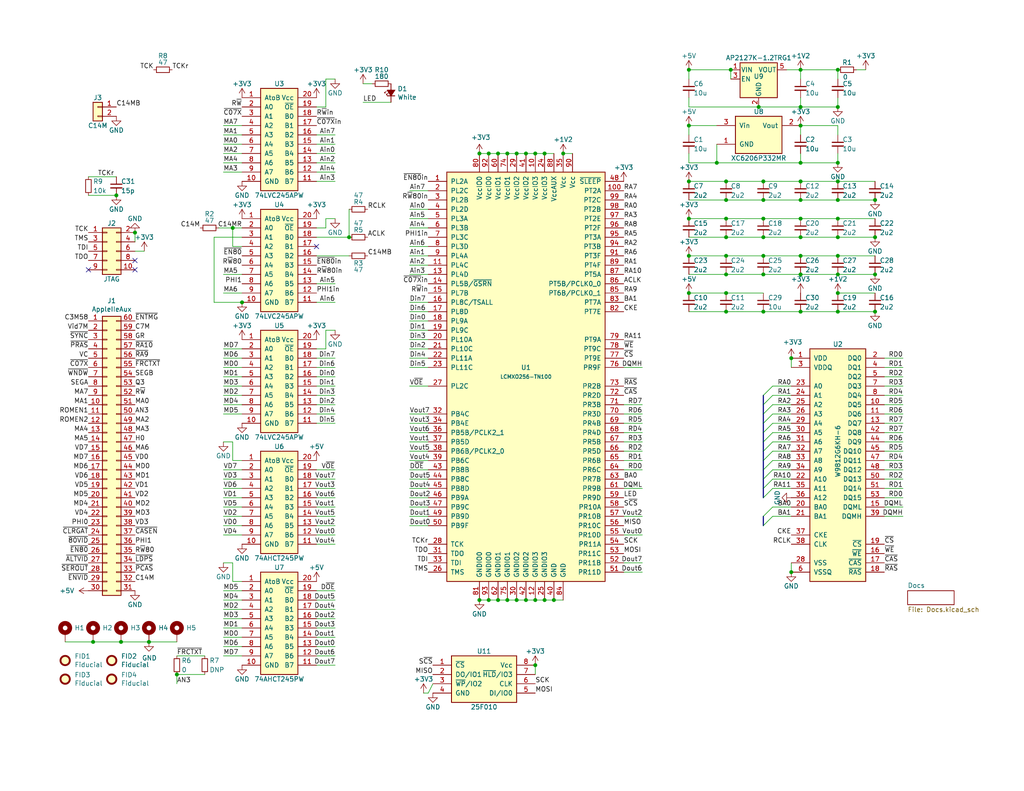
<source format=kicad_sch>
(kicad_sch (version 20230121) (generator eeschema)
  (paper "USLetter")
  (title_block (title "GW4203B (RAM2E II) - LCMXO256 / LCMXO640") (date "2023-09-21") (rev "2.0") (company "Garrett's Workshop"))
  (junction (at 208.28 59.69))
  (junction (at 228.6 49.53))
  (junction (at 198.12 69.85))
  (junction (at 140.97 41.91))
  (junction (at 36.83 63.5))
  (junction (at 153.67 41.91))
  (junction (at 130.81 41.91))
  (junction (at 25.4 175.26))
  (junction (at 187.96 34.29))
  (junction (at 133.35 41.91))
  (junction (at 146.05 41.91))
  (junction (at 238.76 85.09))
  (junction (at 48.26 184.15))
  (junction (at 218.44 49.53))
  (junction (at 218.44 59.69))
  (junction (at 198.12 64.77))
  (junction (at 228.6 80.01))
  (junction (at 208.28 74.93))
  (junction (at 198.12 80.01))
  (junction (at 138.43 163.83))
  (junction (at 195.58 44.45))
  (junction (at 218.44 69.85))
  (junction (at 215.9 97.79))
  (junction (at 40.64 175.26))
  (junction (at 138.43 41.91))
  (junction (at 207.01 29.21))
  (junction (at 238.76 64.77))
  (junction (at 187.96 59.69))
  (junction (at 187.96 19.05))
  (junction (at 215.9 156.21))
  (junction (at 208.28 85.09))
  (junction (at 198.12 74.93))
  (junction (at 238.76 54.61))
  (junction (at 198.12 85.09))
  (junction (at 31.75 53.34))
  (junction (at 130.81 163.83))
  (junction (at 218.44 19.05))
  (junction (at 228.6 19.05))
  (junction (at 151.13 163.83))
  (junction (at 198.12 54.61))
  (junction (at 218.44 74.93))
  (junction (at 143.51 163.83))
  (junction (at 187.96 80.01))
  (junction (at 218.44 44.45))
  (junction (at 228.6 44.45))
  (junction (at 208.28 69.85))
  (junction (at 228.6 29.21))
  (junction (at 238.76 74.93))
  (junction (at 140.97 163.83))
  (junction (at 218.44 29.21))
  (junction (at 95.25 64.77))
  (junction (at 208.28 49.53))
  (junction (at 66.04 82.55))
  (junction (at 33.02 175.26))
  (junction (at 143.51 41.91))
  (junction (at 135.89 163.83))
  (junction (at 148.59 41.91))
  (junction (at 187.96 69.85))
  (junction (at 208.28 64.77))
  (junction (at 198.12 59.69))
  (junction (at 198.12 49.53))
  (junction (at 146.05 163.83))
  (junction (at 208.28 54.61))
  (junction (at 133.35 163.83))
  (junction (at 199.39 19.05))
  (junction (at 228.6 64.77))
  (junction (at 218.44 34.29))
  (junction (at 228.6 54.61))
  (junction (at 228.6 74.93))
  (junction (at 187.96 49.53))
  (junction (at 148.59 163.83))
  (junction (at 218.44 85.09))
  (junction (at 228.6 85.09))
  (junction (at 228.6 59.69))
  (junction (at 63.5 62.23))
  (junction (at 218.44 64.77))
  (junction (at 146.05 181.61))
  (junction (at 135.89 41.91))
  (junction (at 228.6 69.85))
  (junction (at 218.44 54.61))
  (no_connect (at 86.36 67.31))
  (no_connect (at 24.13 73.66))
  (no_connect (at 52.07 -25.4))
  (no_connect (at 36.83 71.12))
  (no_connect (at 36.83 73.66))
  (bus_entry (at 210.82 120.65) (size -2.54 2.54))
  (bus_entry (at 210.82 138.43) (size -2.54 2.54))
  (bus_entry (at 210.82 128.27) (size -2.54 2.54))
  (bus_entry (at 210.82 110.49) (size -2.54 2.54))
  (bus_entry (at 210.82 118.11) (size -2.54 2.54))
  (bus_entry (at 210.82 123.19) (size -2.54 2.54))
  (bus_entry (at 210.82 115.57) (size -2.54 2.54))
  (bus_entry (at 210.82 140.97) (size -2.54 2.54))
  (bus_entry (at 210.82 113.03) (size -2.54 2.54))
  (bus_entry (at 210.82 133.35) (size -2.54 2.54))
  (bus_entry (at 210.82 107.95) (size -2.54 2.54))
  (bus_entry (at 210.82 130.81) (size -2.54 2.54))
  (bus_entry (at 210.82 125.73) (size -2.54 2.54))
  (bus_entry (at 210.82 105.41) (size -2.54 2.54))
  (wire (pts (xy 60.96 128.27) (xy 66.04 128.27)))
  (wire (pts (xy 99.06 27.94) (xy 106.68 27.94)))
  (wire (pts (xy 116.84 189.23) (xy 115.57 189.23)))
  (wire (pts (xy 175.26 118.11) (xy 170.18 118.11)))
  (wire (pts (xy 91.44 163.83) (xy 86.36 163.83)))
  (wire (pts (xy 228.6 64.77) (xy 238.76 64.77)))
  (wire (pts (xy 48.26 179.07) (xy 55.88 179.07)))
  (wire (pts (xy 111.76 138.43) (xy 116.84 138.43)))
  (wire (pts (xy 60.96 74.93) (xy 66.04 74.93)))
  (wire (pts (xy 215.9 110.49) (xy 210.82 110.49)))
  (wire (pts (xy 60.96 179.07) (xy 66.04 179.07)))
  (wire (pts (xy 228.6 69.85) (xy 238.76 69.85)))
  (wire (pts (xy 86.36 161.29) (xy 91.44 161.29)))
  (wire (pts (xy 60.96 140.97) (xy 66.04 140.97)))
  (wire (pts (xy 218.44 19.05) (xy 214.63 19.05)))
  (wire (pts (xy 228.6 44.45) (xy 228.6 41.91)))
  (wire (pts (xy 111.76 130.81) (xy 116.84 130.81)))
  (wire (pts (xy 208.28 85.09) (xy 218.44 85.09)))
  (wire (pts (xy 111.76 115.57) (xy 116.84 115.57)))
  (wire (pts (xy 91.44 148.59) (xy 86.36 148.59)))
  (wire (pts (xy 111.76 133.35) (xy 116.84 133.35)))
  (wire (pts (xy 198.12 85.09) (xy 187.96 85.09)))
  (wire (pts (xy 208.28 74.93) (xy 218.44 74.93)))
  (wire (pts (xy 246.38 135.89) (xy 241.3 135.89)))
  (wire (pts (xy 91.44 115.57) (xy 86.36 115.57)))
  (wire (pts (xy 208.28 54.61) (xy 218.44 54.61)))
  (wire (pts (xy 91.44 77.47) (xy 86.36 77.47)))
  (wire (pts (xy 111.76 67.31) (xy 116.84 67.31)))
  (wire (pts (xy 58.42 82.55) (xy 66.04 82.55)))
  (wire (pts (xy 170.18 133.35) (xy 175.26 133.35)))
  (wire (pts (xy 88.9 21.59) (xy 91.44 21.59)))
  (wire (pts (xy 218.44 69.85) (xy 228.6 69.85)))
  (wire (pts (xy 60.96 95.25) (xy 66.04 95.25)))
  (wire (pts (xy 187.96 59.69) (xy 198.12 59.69)))
  (wire (pts (xy 60.96 41.91) (xy 66.04 41.91)))
  (wire (pts (xy 208.28 59.69) (xy 218.44 59.69)))
  (wire (pts (xy 215.9 128.27) (xy 210.82 128.27)))
  (wire (pts (xy 175.26 140.97) (xy 170.18 140.97)))
  (wire (pts (xy 60.96 34.29) (xy 66.04 34.29)))
  (bus (pts (xy 208.28 128.27) (xy 208.28 130.81)))
  (wire (pts (xy 91.44 39.37) (xy 86.36 39.37)))
  (wire (pts (xy 198.12 85.09) (xy 208.28 85.09)))
  (wire (pts (xy 187.96 80.01) (xy 198.12 80.01)))
  (wire (pts (xy 130.81 41.91) (xy 133.35 41.91)))
  (wire (pts (xy 60.96 146.05) (xy 66.04 146.05)))
  (wire (pts (xy 187.96 69.85) (xy 198.12 69.85)))
  (wire (pts (xy 228.6 36.83) (xy 228.6 34.29)))
  (wire (pts (xy 91.44 97.79) (xy 86.36 97.79)))
  (wire (pts (xy 60.96 44.45) (xy 66.04 44.45)))
  (wire (pts (xy 198.12 64.77) (xy 208.28 64.77)))
  (wire (pts (xy 153.67 41.91) (xy 156.21 41.91)))
  (wire (pts (xy 218.44 21.59) (xy 218.44 19.05)))
  (wire (pts (xy 66.04 158.75) (xy 63.5 158.75)))
  (wire (pts (xy 111.76 72.39) (xy 116.84 72.39)))
  (bus (pts (xy 208.28 130.81) (xy 208.28 133.35)))
  (wire (pts (xy 175.26 146.05) (xy 170.18 146.05)))
  (wire (pts (xy 63.5 125.73) (xy 63.5 120.65)))
  (bus (pts (xy 208.28 113.03) (xy 208.28 115.57)))
  (wire (pts (xy 111.76 62.23) (xy 116.84 62.23)))
  (wire (pts (xy 218.44 64.77) (xy 228.6 64.77)))
  (wire (pts (xy 60.96 100.33) (xy 66.04 100.33)))
  (wire (pts (xy 170.18 100.33) (xy 175.26 100.33)))
  (wire (pts (xy 175.26 110.49) (xy 170.18 110.49)))
  (wire (pts (xy 228.6 21.59) (xy 228.6 19.05)))
  (wire (pts (xy 24.13 48.26) (xy 31.75 48.26)))
  (wire (pts (xy 60.96 39.37) (xy 66.04 39.37)))
  (wire (pts (xy 111.76 140.97) (xy 116.84 140.97)))
  (wire (pts (xy 215.9 105.41) (xy 210.82 105.41)))
  (wire (pts (xy 246.38 102.87) (xy 241.3 102.87)))
  (bus (pts (xy 208.28 133.35) (xy 208.28 135.89)))
  (wire (pts (xy 60.96 163.83) (xy 66.04 163.83)))
  (wire (pts (xy 111.76 85.09) (xy 116.84 85.09)))
  (wire (pts (xy 246.38 110.49) (xy 241.3 110.49)))
  (wire (pts (xy 91.44 138.43) (xy 86.36 138.43)))
  (wire (pts (xy 91.44 168.91) (xy 86.36 168.91)))
  (wire (pts (xy 60.96 113.03) (xy 66.04 113.03)))
  (wire (pts (xy 246.38 120.65) (xy 241.3 120.65)))
  (wire (pts (xy 60.96 135.89) (xy 66.04 135.89)))
  (wire (pts (xy 91.44 173.99) (xy 86.36 173.99)))
  (wire (pts (xy 208.28 64.77) (xy 218.44 64.77)))
  (wire (pts (xy 208.28 69.85) (xy 218.44 69.85)))
  (wire (pts (xy 215.9 115.57) (xy 210.82 115.57)))
  (wire (pts (xy 101.6 22.86) (xy 99.06 22.86)))
  (wire (pts (xy 91.44 181.61) (xy 86.36 181.61)))
  (wire (pts (xy 215.9 125.73) (xy 210.82 125.73)))
  (wire (pts (xy 198.12 54.61) (xy 208.28 54.61)))
  (wire (pts (xy 138.43 41.91) (xy 135.89 41.91)))
  (wire (pts (xy 91.44 105.41) (xy 86.36 105.41)))
  (wire (pts (xy 88.9 95.25) (xy 88.9 90.17)))
  (wire (pts (xy 238.76 85.09) (xy 228.6 85.09)))
  (wire (pts (xy 60.96 166.37) (xy 66.04 166.37)))
  (wire (pts (xy 91.44 130.81) (xy 86.36 130.81)))
  (wire (pts (xy 116.84 105.41) (xy 111.76 105.41)))
  (wire (pts (xy 246.38 130.81) (xy 241.3 130.81)))
  (wire (pts (xy 63.5 67.31) (xy 66.04 67.31)))
  (wire (pts (xy 215.9 118.11) (xy 210.82 118.11)))
  (wire (pts (xy 91.44 143.51) (xy 86.36 143.51)))
  (wire (pts (xy 187.96 19.05) (xy 187.96 21.59)))
  (wire (pts (xy 60.96 36.83) (xy 66.04 36.83)))
  (wire (pts (xy 187.96 74.93) (xy 198.12 74.93)))
  (wire (pts (xy 86.36 64.77) (xy 95.25 64.77)))
  (wire (pts (xy 215.9 130.81) (xy 210.82 130.81)))
  (wire (pts (xy 175.26 153.67) (xy 170.18 153.67)))
  (wire (pts (xy 111.76 92.71) (xy 116.84 92.71)))
  (wire (pts (xy 246.38 107.95) (xy 241.3 107.95)))
  (wire (pts (xy 187.96 29.21) (xy 187.96 26.67)))
  (wire (pts (xy 198.12 74.93) (xy 208.28 74.93)))
  (wire (pts (xy 215.9 113.03) (xy 210.82 113.03)))
  (wire (pts (xy 60.96 138.43) (xy 66.04 138.43)))
  (wire (pts (xy 88.9 21.59) (xy 88.9 29.21)))
  (wire (pts (xy 228.6 74.93) (xy 238.76 74.93)))
  (wire (pts (xy 218.44 85.09) (xy 228.6 85.09)))
  (wire (pts (xy 111.76 57.15) (xy 116.84 57.15)))
  (wire (pts (xy 218.44 59.69) (xy 228.6 59.69)))
  (wire (pts (xy 111.76 135.89) (xy 116.84 135.89)))
  (wire (pts (xy 140.97 41.91) (xy 138.43 41.91)))
  (wire (pts (xy 91.44 36.83) (xy 86.36 36.83)))
  (wire (pts (xy 143.51 41.91) (xy 140.97 41.91)))
  (wire (pts (xy 148.59 41.91) (xy 146.05 41.91)))
  (wire (pts (xy 91.44 110.49) (xy 86.36 110.49)))
  (wire (pts (xy 218.44 29.21) (xy 207.01 29.21)))
  (wire (pts (xy 246.38 138.43) (xy 241.3 138.43)))
  (wire (pts (xy 246.38 123.19) (xy 241.3 123.19)))
  (wire (pts (xy 111.76 123.19) (xy 116.84 123.19)))
  (bus (pts (xy 208.28 125.73) (xy 208.28 128.27)))
  (wire (pts (xy 187.96 29.21) (xy 207.01 29.21)))
  (wire (pts (xy 60.96 176.53) (xy 66.04 176.53)))
  (wire (pts (xy 246.38 125.73) (xy 241.3 125.73)))
  (wire (pts (xy 91.44 146.05) (xy 86.36 146.05)))
  (wire (pts (xy 236.22 19.05) (xy 233.68 19.05)))
  (wire (pts (xy 111.76 82.55) (xy 116.84 82.55)))
  (wire (pts (xy 246.38 100.33) (xy 241.3 100.33)))
  (bus (pts (xy 208.28 107.95) (xy 208.28 110.49)))
  (wire (pts (xy 86.36 62.23) (xy 88.9 62.23)))
  (wire (pts (xy 130.81 163.83) (xy 133.35 163.83)))
  (wire (pts (xy 63.5 120.65) (xy 60.96 120.65)))
  (wire (pts (xy 187.96 34.29) (xy 195.58 34.29)))
  (wire (pts (xy 246.38 140.97) (xy 241.3 140.97)))
  (wire (pts (xy 48.26 175.26) (xy 40.64 175.26)))
  (wire (pts (xy 88.9 59.69) (xy 91.44 59.69)))
  (wire (pts (xy 66.04 125.73) (xy 63.5 125.73)))
  (wire (pts (xy 91.44 102.87) (xy 86.36 102.87)))
  (wire (pts (xy 140.97 163.83) (xy 143.51 163.83)))
  (wire (pts (xy 215.9 156.21) (xy 215.9 153.67)))
  (wire (pts (xy 60.96 107.95) (xy 66.04 107.95)))
  (wire (pts (xy 40.64 175.26) (xy 33.02 175.26)))
  (wire (pts (xy 111.76 69.85) (xy 116.84 69.85)))
  (wire (pts (xy 111.76 113.03) (xy 116.84 113.03)))
  (wire (pts (xy 58.42 64.77) (xy 58.42 82.55)))
  (wire (pts (xy 228.6 80.01) (xy 238.76 80.01)))
  (wire (pts (xy 228.6 54.61) (xy 238.76 54.61)))
  (wire (pts (xy 208.28 49.53) (xy 218.44 49.53)))
  (wire (pts (xy 151.13 163.83) (xy 153.67 163.83)))
  (wire (pts (xy 228.6 59.69) (xy 238.76 59.69)))
  (wire (pts (xy 55.88 184.15) (xy 48.26 184.15)))
  (wire (pts (xy 246.38 97.79) (xy 241.3 97.79)))
  (wire (pts (xy 175.26 113.03) (xy 170.18 113.03)))
  (wire (pts (xy 215.9 107.95) (xy 210.82 107.95)))
  (wire (pts (xy 95.25 57.15) (xy 95.25 64.77)))
  (wire (pts (xy 91.44 166.37) (xy 86.36 166.37)))
  (wire (pts (xy 138.43 163.83) (xy 140.97 163.83)))
  (bus (pts (xy 208.28 115.57) (xy 208.28 118.11)))
  (wire (pts (xy 187.96 49.53) (xy 198.12 49.53)))
  (wire (pts (xy 246.38 133.35) (xy 241.3 133.35)))
  (wire (pts (xy 111.76 128.27) (xy 116.84 128.27)))
  (wire (pts (xy 246.38 115.57) (xy 241.3 115.57)))
  (wire (pts (xy 111.76 74.93) (xy 116.84 74.93)))
  (wire (pts (xy 228.6 34.29) (xy 218.44 34.29)))
  (wire (pts (xy 60.96 168.91) (xy 66.04 168.91)))
  (wire (pts (xy 111.76 52.07) (xy 116.84 52.07)))
  (bus (pts (xy 208.28 140.97) (xy 208.28 143.51)))
  (wire (pts (xy 215.9 120.65) (xy 210.82 120.65)))
  (wire (pts (xy 228.6 49.53) (xy 238.76 49.53)))
  (wire (pts (xy 170.18 115.57) (xy 175.26 115.57)))
  (wire (pts (xy 39.37 68.58) (xy 36.83 68.58)))
  (wire (pts (xy 199.39 19.05) (xy 199.39 21.59)))
  (wire (pts (xy 111.76 125.73) (xy 116.84 125.73)))
  (wire (pts (xy 215.9 138.43) (xy 210.82 138.43)))
  (wire (pts (xy 198.12 59.69) (xy 208.28 59.69)))
  (wire (pts (xy 198.12 69.85) (xy 208.28 69.85)))
  (wire (pts (xy 187.96 54.61) (xy 198.12 54.61)))
  (wire (pts (xy 146.05 181.61) (xy 146.05 184.15)))
  (wire (pts (xy 91.44 44.45) (xy 86.36 44.45)))
  (wire (pts (xy 86.36 128.27) (xy 91.44 128.27)))
  (wire (pts (xy 66.04 62.23) (xy 63.5 62.23)))
  (wire (pts (xy 66.04 64.77) (xy 58.42 64.77)))
  (wire (pts (xy 246.38 128.27) (xy 241.3 128.27)))
  (wire (pts (xy 63.5 62.23) (xy 63.5 67.31)))
  (wire (pts (xy 135.89 41.91) (xy 133.35 41.91)))
  (wire (pts (xy 91.44 179.07) (xy 86.36 179.07)))
  (wire (pts (xy 133.35 163.83) (xy 135.89 163.83)))
  (wire (pts (xy 60.96 143.51) (xy 66.04 143.51)))
  (wire (pts (xy 111.76 90.17) (xy 116.84 90.17)))
  (wire (pts (xy 48.26 184.15) (xy 48.26 186.69)))
  (bus (pts (xy 208.28 123.19) (xy 208.28 125.73)))
  (wire (pts (xy 215.9 123.19) (xy 210.82 123.19)))
  (wire (pts (xy 228.6 29.21) (xy 228.6 26.67)))
  (wire (pts (xy 210.82 133.35) (xy 215.9 133.35)))
  (wire (pts (xy 218.44 44.45) (xy 218.44 41.91)))
  (wire (pts (xy 111.76 95.25) (xy 116.84 95.25)))
  (wire (pts (xy 60.96 161.29) (xy 66.04 161.29)))
  (wire (pts (xy 25.4 175.26) (xy 17.78 175.26)))
  (wire (pts (xy 60.96 97.79) (xy 66.04 97.79)))
  (wire (pts (xy 118.11 186.69) (xy 116.84 189.23)))
  (wire (pts (xy 187.96 34.29) (xy 187.96 36.83)))
  (wire (pts (xy 175.26 125.73) (xy 170.18 125.73)))
  (wire (pts (xy 218.44 36.83) (xy 218.44 34.29)))
  (wire (pts (xy 187.96 44.45) (xy 195.58 44.45)))
  (wire (pts (xy 187.96 44.45) (xy 187.96 41.91)))
  (bus (pts (xy 208.28 110.49) (xy 208.28 113.03)))
  (wire (pts (xy 59.69 62.23) (xy 63.5 62.23)))
  (wire (pts (xy 146.05 163.83) (xy 148.59 163.83)))
  (wire (pts (xy 111.76 100.33) (xy 116.84 100.33)))
  (wire (pts (xy 31.75 53.34) (xy 24.13 53.34)))
  (wire (pts (xy 135.89 163.83) (xy 138.43 163.83)))
  (wire (pts (xy 91.44 176.53) (xy 86.36 176.53)))
  (wire (pts (xy 187.96 64.77) (xy 198.12 64.77)))
  (wire (pts (xy 111.76 87.63) (xy 116.84 87.63)))
  (wire (pts (xy 111.76 97.79) (xy 116.84 97.79)))
  (wire (pts (xy 60.96 110.49) (xy 66.04 110.49)))
  (wire (pts (xy 91.44 113.03) (xy 86.36 113.03)))
  (wire (pts (xy 88.9 59.69) (xy 88.9 62.23)))
  (wire (pts (xy 246.38 118.11) (xy 241.3 118.11)))
  (wire (pts (xy 218.44 29.21) (xy 218.44 26.67)))
  (wire (pts (xy 63.5 158.75) (xy 63.5 153.67)))
  (wire (pts (xy 195.58 44.45) (xy 195.58 39.37)))
  (wire (pts (xy 60.96 80.01) (xy 66.04 80.01)))
  (wire (pts (xy 111.76 59.69) (xy 116.84 59.69)))
  (wire (pts (xy 63.5 153.67) (xy 60.96 153.67)))
  (wire (pts (xy 228.6 19.05) (xy 218.44 19.05)))
  (wire (pts (xy 91.44 41.91) (xy 86.36 41.91)))
  (wire (pts (xy 246.38 105.41) (xy 241.3 105.41)))
  (wire (pts (xy 215.9 140.97) (xy 210.82 140.97)))
  (wire (pts (xy 198.12 49.53) (xy 208.28 49.53)))
  (wire (pts (xy 60.96 171.45) (xy 66.04 171.45)))
  (wire (pts (xy 91.44 107.95) (xy 86.36 107.95)))
  (wire (pts (xy 60.96 173.99) (xy 66.04 173.99)))
  (wire (pts (xy 111.76 143.51) (xy 116.84 143.51)))
  (wire (pts (xy 91.44 82.55) (xy 86.36 82.55)))
  (wire (pts (xy 60.96 133.35) (xy 66.04 133.35)))
  (wire (pts (xy 218.44 29.21) (xy 228.6 29.21)))
  (wire (pts (xy 175.26 120.65) (xy 170.18 120.65)))
  (wire (pts (xy 218.44 44.45) (xy 228.6 44.45)))
  (wire (pts (xy 88.9 90.17) (xy 91.44 90.17)))
  (wire (pts (xy 148.59 163.83) (xy 151.13 163.83)))
  (wire (pts (xy 198.12 80.01) (xy 208.28 80.01)))
  (wire (pts (xy 91.44 133.35) (xy 86.36 133.35)))
  (wire (pts (xy 175.26 156.21) (xy 170.18 156.21)))
  (wire (pts (xy 218.44 49.53) (xy 228.6 49.53)))
  (wire (pts (xy 60.96 46.99) (xy 66.04 46.99)))
  (wire (pts (xy 218.44 44.45) (xy 195.58 44.45)))
  (wire (pts (xy 218.44 54.61) (xy 228.6 54.61)))
  (wire (pts (xy 33.02 175.26) (xy 25.4 175.26)))
  (wire (pts (xy 91.44 100.33) (xy 86.36 100.33)))
  (wire (pts (xy 111.76 120.65) (xy 116.84 120.65)))
  (bus (pts (xy 208.28 120.65) (xy 208.28 123.19)))
  (wire (pts (xy 91.44 171.45) (xy 86.36 171.45)))
  (wire (pts (xy 187.96 19.05) (xy 199.39 19.05)))
  (wire (pts (xy 86.36 69.85) (xy 95.25 69.85)))
  (wire (pts (xy 218.44 74.93) (xy 228.6 74.93)))
  (wire (pts (xy 91.44 140.97) (xy 86.36 140.97)))
  (wire (pts (xy 91.44 49.53) (xy 86.36 49.53)))
  (wire (pts (xy 60.96 102.87) (xy 66.04 102.87)))
  (wire (pts (xy 148.59 41.91) (xy 151.13 41.91)))
  (bus (pts (xy 208.28 118.11) (xy 208.28 120.65)))
  (wire (pts (xy 146.05 41.91) (xy 143.51 41.91)))
  (wire (pts (xy 86.36 95.25) (xy 88.9 95.25)))
  (wire (pts (xy 91.44 46.99) (xy 86.36 46.99)))
  (wire (pts (xy 60.96 105.41) (xy 66.04 105.41)))
  (wire (pts (xy 175.26 123.19) (xy 170.18 123.19)))
  (wire (pts (xy 215.9 100.33) (xy 215.9 97.79)))
  (wire (pts (xy 36.83 63.5) (xy 36.83 66.04)))
  (wire (pts (xy 111.76 118.11) (xy 116.84 118.11)))
  (wire (pts (xy 86.36 29.21) (xy 88.9 29.21)))
  (wire (pts (xy 60.96 130.81) (xy 66.04 130.81)))
  (wire (pts (xy 143.51 163.83) (xy 146.05 163.83)))
  (wire (pts (xy 175.26 128.27) (xy 170.18 128.27)))
  (wire (pts (xy 91.44 135.89) (xy 86.36 135.89)))
  (wire (pts (xy 246.38 113.03) (xy 241.3 113.03)))
  (label "MD4" (at 60.96 110.49 0))
  (label "RD4" (at 246.38 125.73 180))
  (label "~{EN80}" (at 24.13 151.13 180))
  (label "TDI" (at 24.13 68.58 180))
  (label "Dout5" (at 91.44 163.83 180))
  (label "RA1" (at 170.18 72.39 0))
  (label "GR" (at 36.83 92.71 0))
  (label "MISO" (at 118.11 184.15 180))
  (label "RA6" (at 170.18 69.85 0))
  (label "MD0" (at 36.83 128.27 0))
  (label "Vout0" (at 175.26 146.05 180))
  (label "RA11" (at 170.18 92.71 0))
  (label "VD4" (at 60.96 146.05 0))
  (label "MOSI" (at 146.05 189.23 0))
  (label "AN3" (at 36.83 113.03 0))
  (label "Din2" (at 111.76 95.25 0))
  (label "LED" (at 99.06 27.94 0))
  (label "Q3" (at 36.83 105.41 0))
  (label "MD3" (at 36.83 140.97 0))
  (label "Ain0" (at 111.76 57.15 0))
  (label "CKE" (at 215.9 146.05 180))
  (label "Dout0" (at 111.76 143.51 0))
  (label "Din5" (at 91.44 115.57 180))
  (label "S~{CS}" (at 118.11 181.61 180))
  (label "Din7" (at 111.76 82.55 0))
  (label "Ain4" (at 111.76 62.23 0))
  (label "RA5" (at 170.18 64.77 0))
  (label "Ain6" (at 111.76 67.31 0))
  (label "MOSI" (at 170.18 151.13 0))
  (label "SCK" (at 146.05 186.69 0))
  (label "RCLK" (at 215.9 148.59 180))
  (label "MA2" (at 60.96 41.91 0))
  (label "Vout7" (at 111.76 113.03 0))
  (label "ACLK" (at 100.33 64.77 0))
  (label "Dout2" (at 91.44 168.91 180))
  (label "Din2" (at 91.44 110.49 180))
  (label "~{CS}" (at 241.3 148.59 0))
  (label "Vout2" (at 91.44 143.51 180))
  (label "Dout6" (at 175.26 156.21 180))
  (label "MA0" (at 60.96 39.37 0))
  (label "MD2" (at 60.96 107.95 0))
  (label "MA7" (at 24.13 107.95 180))
  (label "PHI1" (at 36.83 148.59 0))
  (label "~{RA9}" (at 36.83 97.79 0))
  (label "RA4" (at 215.9 115.57 180))
  (label "RD5" (at 246.38 123.19 180))
  (label "RD0" (at 246.38 135.89 180))
  (label "Ain3" (at 91.44 49.53 180))
  (label "BA1" (at 170.18 82.55 0))
  (label "Vout1" (at 91.44 138.43 180))
  (label "RD6" (at 175.26 113.03 180))
  (label "Vout4" (at 111.76 125.73 0))
  (label "MD1" (at 36.83 130.81 0))
  (label "RD1" (at 175.26 125.73 180))
  (label "Ain1" (at 111.76 69.85 0))
  (label "RD4" (at 246.38 107.95 180))
  (label "~{EN80}in" (at 116.84 49.53 180))
  (label "RD6" (at 246.38 113.03 180))
  (label "H0" (at 36.83 120.65 0))
  (label "VD3" (at 60.96 130.81 0))
  (label "VD6" (at 60.96 133.35 0))
  (label "SCK" (at 170.18 148.59 0))
  (label "RA9" (at 215.9 128.27 180))
  (label "Dout3" (at 91.44 171.45 180))
  (label "Din3" (at 91.44 107.95 180))
  (label "Dout7" (at 175.26 153.67 180))
  (label "TCK" (at 41.91 19.05 180))
  (label "MD5" (at 60.96 113.03 0))
  (label "R~{W}" (at 36.83 107.95 0))
  (label "Ain6" (at 91.44 82.55 180))
  (label "Din5" (at 111.76 100.33 0))
  (label "~{C07X}" (at 24.13 100.33 180))
  (label "MD2" (at 60.96 166.37 0))
  (label "TCKr" (at 116.84 148.59 180))
  (label "VD2" (at 36.83 135.89 0))
  (label "Din0" (at 91.44 102.87 180))
  (label "~{CAS}" (at 241.3 153.67 0))
  (label "Dout3" (at 111.76 138.43 0))
  (label "PHI1in" (at 86.36 80.01 0))
  (label "MD3" (at 60.96 168.91 0))
  (label "MA3" (at 60.96 46.99 0))
  (label "VD7" (at 60.96 128.27 0))
  (label "DQML" (at 175.26 133.35 180))
  (label "C14MR" (at 66.04 62.23 180))
  (label "BA0" (at 170.18 130.81 0))
  (label "BA0" (at 215.9 138.43 180))
  (label "TCKr" (at 46.99 19.05 0))
  (label "MA4" (at 24.13 118.11 180))
  (label "MD1" (at 60.96 171.45 0))
  (label "MD0" (at 60.96 100.33 0))
  (label "RD2" (at 175.26 123.19 180))
  (label "VD5" (at 60.96 138.43 0))
  (label "RD0" (at 246.38 97.79 180))
  (label "MISO" (at 170.18 143.51 0))
  (label "Vout1" (at 111.76 120.65 0))
  (label "MD6" (at 60.96 176.53 0))
  (label "~{ALTVID}" (at 24.13 153.67 180))
  (label "~{CLRGAT}" (at 24.13 146.05 180))
  (label "RA8" (at 170.18 62.23 0))
  (label "AN3" (at 48.26 186.69 0))
  (label "Vout5" (at 91.44 140.97 180))
  (label "~{RA10}" (at 36.83 95.25 0))
  (label "Ain2" (at 91.44 44.45 180))
  (label "~{C07X}in" (at 86.36 34.29 0))
  (label "MD4" (at 24.13 138.43 180))
  (label "RD7" (at 246.38 115.57 180))
  (label "~{C07X}in" (at 116.84 77.47 180))
  (label "RA5" (at 215.9 118.11 180))
  (label "RD2" (at 246.38 130.81 180))
  (label "~{WE}" (at 241.3 151.13 0))
  (label "RA11" (at 215.9 133.35 180))
  (label "MA1" (at 60.96 36.83 0))
  (label "VD3" (at 36.83 143.51 0))
  (label "RA7" (at 170.18 52.07 0))
  (label "RA10" (at 215.9 130.81 180))
  (label "Ain7" (at 111.76 52.07 0))
  (label "~{WNDW}" (at 24.13 102.87 180))
  (label "Din0" (at 111.76 87.63 0))
  (label "TDO" (at 24.13 71.12 180))
  (label "RD3" (at 175.26 120.65 180))
  (label "RD5" (at 246.38 110.49 180))
  (label "MA6" (at 60.96 80.01 0))
  (label "MD6" (at 60.96 97.79 0))
  (label "~{EN80}in" (at 86.36 72.39 0))
  (label "~{PCAS}" (at 36.83 156.21 0))
  (label "C7M" (at 36.83 90.17 0))
  (label "Ain2" (at 111.76 72.39 0))
  (label "Dout1" (at 91.44 173.99 180))
  (label "C14M" (at 54.61 62.23 180))
  (label "RA4" (at 170.18 54.61 0))
  (label "Din4" (at 91.44 113.03 180))
  (label "RD3" (at 246.38 105.41 180))
  (label "~{FRCTXT}" (at 36.83 100.33 0))
  (label "RD5" (at 175.26 115.57 180))
  (label "Vout2" (at 175.26 140.97 180))
  (label "RA8" (at 215.9 125.73 180))
  (label "Dout4" (at 91.44 166.37 180))
  (label "MD7" (at 60.96 95.25 0))
  (label "Dout2" (at 111.76 135.89 0))
  (label "ACLK" (at 170.18 77.47 0))
  (label "RA1" (at 215.9 107.95 180))
  (label "MA5" (at 24.13 120.65 180))
  (label "LED" (at 170.18 135.89 0))
  (label "MA0" (at 36.83 110.49 0))
  (label "TDO" (at 116.84 151.13 180))
  (label "MD4" (at 60.96 163.83 0))
  (label "TMS" (at 24.13 66.04 180))
  (label "Vout6" (at 111.76 118.11 0))
  (label "R~{W}80" (at 66.04 72.39 180))
  (label "RA2" (at 215.9 110.49 180))
  (label "RA9" (at 170.18 80.01 0))
  (label "R~{W}80in" (at 86.36 74.93 0))
  (label "VD5" (at 24.13 133.35 180))
  (label "MD6" (at 24.13 128.27 180))
  (label "TDI" (at 116.84 153.67 180))
  (label "RD3" (at 246.38 128.27 180))
  (label "MA3" (at 36.83 118.11 0))
  (label "~{WE}" (at 170.18 95.25 0))
  (label "RA2" (at 170.18 67.31 0))
  (label "MD0" (at 60.96 173.99 0))
  (label "ROMEN1" (at 24.13 113.03 180))
  (label "R~{W}80" (at 36.83 151.13 0))
  (label "C14MB" (at 31.75 29.21 0))
  (label "Din6" (at 91.44 100.33 180))
  (label "RD1" (at 246.38 133.35 180))
  (label "DQML" (at 246.38 138.43 180))
  (label "SEGB" (at 36.83 102.87 0))
  (label "RA0" (at 215.9 105.41 180))
  (label "Dout4" (at 111.76 133.35 0))
  (label "~{ENTMG}" (at 36.83 87.63 0))
  (label "~{80VID}" (at 24.13 148.59 180))
  (label "~{EN80}" (at 66.04 69.85 180))
  (label "Dout1" (at 111.76 140.97 0))
  (label "D~{OE}" (at 91.44 161.29 180))
  (label "V~{OE}" (at 91.44 128.27 180))
  (label "RA10" (at 170.18 74.93 0))
  (label "C14M" (at 36.83 158.75 0))
  (label "~{SEROUT}" (at 24.13 156.21 180))
  (label "~{SYNC}" (at 24.13 92.71 180))
  (label "Dout7" (at 91.44 181.61 180))
  (label "R~{W}in" (at 116.84 80.01 180))
  (label "RD2" (at 246.38 102.87 180))
  (label "RA3" (at 170.18 59.69 0))
  (label "RA6" (at 215.9 120.65 180))
  (label "R~{W}80in" (at 116.84 54.61 180))
  (label "Ain3" (at 111.76 74.93 0))
  (label "TMS" (at 116.84 156.21 180))
  (label "VC" (at 24.13 97.79 180))
  (label "CKE" (at 170.18 85.09 0))
  (label "~{ENVID}" (at 24.13 158.75 180))
  (label "Ain7" (at 91.44 36.83 180))
  (label "C14MB" (at 100.33 69.85 0))
  (label "Vout0" (at 91.44 146.05 180))
  (label "C3M58" (at 24.13 87.63 180))
  (label "RD1" (at 246.38 100.33 180))
  (label "Ain1" (at 91.44 39.37 180))
  (label "VD2" (at 60.96 140.97 0))
  (label "MA7" (at 60.96 34.29 0))
  (label "~{C07X}" (at 66.04 31.75 180))
  (label "TCK" (at 24.13 63.5 180))
  (label "MA6" (at 36.83 123.19 0))
  (label "RA3" (at 215.9 113.03 180))
  (label "SEGA" (at 24.13 105.41 180))
  (label "MD7" (at 24.13 125.73 180))
  (label "RD4" (at 175.26 118.11 180))
  (label "PHI1in" (at 116.84 64.77 180))
  (label "Din3" (at 111.76 92.71 0))
  (label "Din1" (at 91.44 105.41 180))
  (label "ROMEN2" (at 24.13 115.57 180))
  (label "VD6" (at 24.13 130.81 180))
  (label "MD5" (at 60.96 161.29 0))
  (label "RCLK" (at 100.33 57.15 0))
  (label "Din4" (at 111.76 97.79 0))
  (label "MD5" (at 24.13 135.89 180))
  (label "Ain5" (at 111.76 59.69 0))
  (label "R~{W}in" (at 86.36 31.75 0))
  (label "PHI0" (at 24.13 143.51 180))
  (label "RD7" (at 246.38 118.11 180))
  (label "DQMH" (at 175.26 100.33 180))
  (label "~{CS}" (at 170.18 97.79 0))
  (label "VD0" (at 60.96 143.51 0))
  (label "MA4" (at 60.96 44.45 0))
  (label "Dout5" (at 111.76 130.81 0))
  (label "~{FRCTXT}" (at 48.26 179.07 0))
  (label "Ain0" (at 91.44 41.91 180))
  (label "V~{OE}" (at 111.76 105.41 0))
  (label "D~{OE}" (at 111.76 128.27 0))
  (label "~{RAS}" (at 170.18 105.41 0))
  (label "Vout3" (at 91.44 133.35 180))
  (label "RA7" (at 215.9 123.19 180))
  (label "MD3" (at 60.96 105.41 0))
  (label "RA0" (at 170.18 57.15 0))
  (label "RD7" (at 175.26 110.49 180))
  (label "PHI1" (at 66.04 77.47 180))
  (label "MA5" (at 60.96 74.93 0))
  (label "~{CAS}" (at 170.18 107.95 0))
  (label "MD1" (at 60.96 102.87 0))
  (label "VD7" (at 24.13 123.19 180))
  (label "MA1" (at 24.13 110.49 180))
  (label "RD0" (at 175.26 128.27 180))
  (label "RD6" (at 246.38 120.65 180))
  (label "~{LDPS}" (at 36.83 153.67 0))
  (label "Din7" (at 91.44 97.79 180))
  (label "MD7" (at 60.96 179.07 0))
  (label "Vout6" (at 91.44 135.89 180))
  (label "MD2" (at 36.83 138.43 0))
  (label "VD1" (at 60.96 135.89 0))
  (label "Vout4" (at 91.44 148.59 180))
  (label "S~{CS}" (at 170.18 138.43 0))
  (label "Din6" (at 111.76 85.09 0))
  (label "~{PRAS}" (at 24.13 95.25 180))
  (label "DQMH" (at 246.38 140.97 180))
  (label "Ain5" (at 91.44 77.47 180))
  (label "BA1" (at 215.9 140.97 180))
  (label "R~{W}" (at 66.04 29.21 180))
  (label "Vout3" (at 111.76 115.57 0))
  (label "TCKr" (at 26.67 48.26 0))
  (label "Vid7M" (at 24.13 90.17 180))
  (label "MA2" (at 36.83 115.57 0))
  (label "Vout5" (at 111.76 123.19 0))
  (label "Din1" (at 111.76 90.17 0))
  (label "Dout0" (at 91.44 176.53 180))
  (label "VD4" (at 24.13 140.97 180))
  (label "Dout6" (at 91.44 179.07 180))
  (label "VD0" (at 36.83 125.73 0))
  (label "~{CASEN}" (at 36.83 146.05 0))
  (label "VD1" (at 36.83 133.35 0))
  (label "Vout7" (at 91.44 130.81 180))
  (label "~{RAS}" (at 241.3 156.21 0))
  (label "Ain4" (at 91.44 46.99 180))
  (symbol (lib_id "Device:C_Small") (at 218.44 24.13 0) (unit 1)
    (property "Reference" "C4" (at 219.71 22.86 0) (effects (justify left)))
    (property "Value" "10u" (at 219.71 25.4 0) (effects (justify left)))
    (property "Footprint" "stdpads:C_0805" (effects hide))
    (property "LCSC Part" "C15850" (effects hide))
    (property "Mfg. Part Numbers" "Samsung CL21A106KAYNNNE" (effects hide))
    (property "Notes" "10V or higher. Any manufacturer's part is acceptable but Samsung, Murata, Yageo preferred." (effects hide))
  )
  (symbol (lib_id "Device:C_Small") (at 228.6 24.13 0) (unit 1)
    (property "Reference" "C5" (at 229.87 22.86 0) (effects (justify left)))
    (property "Value" "10u" (at 229.87 25.4 0) (effects (justify left)))
    (property "Footprint" "stdpads:C_0805" (effects hide))
    (property "LCSC Part" "C15850" (effects hide))
    (property "Mfg. Part Numbers" "Samsung CL21A106KAYNNNE" (effects hide))
    (property "Notes" "10V or higher. Any manufacturer's part is acceptable but Samsung, Murata, Yageo preferred." (effects hide))
  )
  (symbol (lib_id "Mechanical:Fiducial") (at 17.78 180.34 0) (unit 1)
    (property "Reference" "FID1" (at 20.32 179.1716 0) (effects (justify left)))
    (property "Value" "Fiducial" (at 20.32 181.483 0) (effects (justify left)))
    (property "Footprint" "stdpads:Fiducial" (effects hide))
    (property "Notes" "DNP - SMT vision system fiducial" (effects hide))
  )
  (symbol (lib_id "Mechanical:Fiducial") (at 30.48 180.34 0) (unit 1)
    (property "Reference" "FID2" (at 33.02 179.1716 0) (effects (justify left)))
    (property "Value" "Fiducial" (at 33.02 181.483 0) (effects (justify left)))
    (property "Footprint" "stdpads:Fiducial" (effects hide))
    (property "Notes" "DNP - SMT vision system fiducial" (effects hide))
  )
  (symbol (lib_id "Mechanical:Fiducial") (at 17.78 185.42 0) (unit 1)
    (property "Reference" "FID3" (at 20.32 184.2516 0) (effects (justify left)))
    (property "Value" "Fiducial" (at 20.32 186.563 0) (effects (justify left)))
    (property "Footprint" "stdpads:Fiducial" (effects hide))
    (property "Notes" "DNP - SMT vision system fiducial" (effects hide))
  )
  (symbol (lib_id "Mechanical:Fiducial") (at 30.48 185.42 0) (unit 1)
    (property "Reference" "FID4" (at 33.02 184.2516 0) (effects (justify left)))
    (property "Value" "Fiducial" (at 33.02 186.563 0) (effects (justify left)))
    (property "Footprint" "stdpads:Fiducial" (effects hide))
    (property "Notes" "DNP - SMT vision system fiducial" (effects hide))
  )
  (symbol (lib_id "Mechanical:MountingHole_Pad") (at 17.78 172.72 0) (unit 1)
    (property "Reference" "H1" (at 20.32 171.4246 0) (effects (justify left)))
    (property "Value" " " (at 20.32 173.736 0) (effects (justify left)))
    (property "Footprint" "stdpads:PasteHole_1.152mm_NPTH" (effects hide))
    (property "Notes" "DNP - mounting hole for solder paste printing" (effects hide))
  )
  (symbol (lib_id "Mechanical:MountingHole_Pad") (at 25.4 172.72 0) (unit 1)
    (property "Reference" "H2" (at 27.94 171.4246 0) (effects (justify left)))
    (property "Value" " " (at 27.94 173.736 0) (effects (justify left)))
    (property "Footprint" "stdpads:PasteHole_1.152mm_NPTH" (effects hide))
    (property "Notes" "DNP - mounting hole for solder paste printing" (effects hide))
  )
  (symbol (lib_id "Mechanical:MountingHole_Pad") (at 33.02 172.72 0) (unit 1)
    (property "Reference" "H3" (at 35.56 171.4246 0) (effects (justify left)))
    (property "Value" " " (at 35.56 173.736 0) (effects (justify left)))
    (property "Footprint" "stdpads:PasteHole_1.152mm_NPTH" (effects hide))
    (property "Notes" "DNP - mounting hole for solder paste printing" (effects hide))
  )
  (symbol (lib_id "Mechanical:MountingHole_Pad") (at 40.64 172.72 0) (unit 1)
    (property "Reference" "H4" (at 43.18 171.4246 0) (effects (justify left)))
    (property "Value" " " (at 43.18 173.736 0) (effects (justify left)))
    (property "Footprint" "stdpads:PasteHole_1.152mm_NPTH" (effects hide))
    (property "Notes" "DNP - mounting hole for solder paste printing" (effects hide))
  )
  (symbol (lib_id "power:GND") (at 40.64 175.26 0) (unit 1)
    (property "Reference" "#PWR0132" (effects hide))
    (property "Value" "GND" (at 40.767 179.6542 0))
  )
  (symbol (lib_id "Connector_Generic:Conn_02x30_Counter_Clockwise") (at 29.21 123.19 0) (unit 1)
    (property "Reference" "J1" (at 30.48 82.1182 0))
    (property "Value" "AppleIIeAux" (at 30.48 84.4296 0))
    (property "Footprint" "stdpads:AppleIIeAux_Edge" (effects hide))
    (property "Notes" "DNP - edge connector" (effects hide))
  )
  (symbol (lib_id "power:+5V") (at 24.13 161.29 90) (unit 1)
    (property "Reference" "#PWR0106" (effects hide))
    (property "Value" "+5V" (at 20.32 161.29 90) (effects (justify left)))
  )
  (symbol (lib_id "power:GND") (at 36.83 161.29 0) (unit 1)
    (property "Reference" "#PWR0107" (effects hide))
    (property "Value" "GND" (at 36.83 165.1 0))
  )
  (symbol (lib_id "Device:C_Small") (at 187.96 39.37 0) (unit 1)
    (property "Reference" "C1" (at 189.23 38.1 0) (effects (justify left)))
    (property "Value" "10u" (at 189.23 40.64 0) (effects (justify left)))
    (property "Footprint" "stdpads:C_0805" (effects hide))
    (property "LCSC Part" "C15850" (effects hide))
    (property "Mfg. Part Numbers" "Samsung CL21A106KAYNNNE" (effects hide))
    (property "Notes" "10V or higher. Any manufacturer's part is acceptable but Samsung, Murata, Yageo preferred." (effects hide))
  )
  (symbol (lib_id "Device:C_Small") (at 228.6 39.37 0) (unit 1)
    (property "Reference" "C3" (at 229.87 38.1 0) (effects (justify left)))
    (property "Value" "10u" (at 229.87 40.64 0) (effects (justify left)))
    (property "Footprint" "stdpads:C_0805" (effects hide))
    (property "LCSC Part" "C15850" (effects hide))
    (property "Mfg. Part Numbers" "Samsung CL21A106KAYNNNE" (effects hide))
    (property "Notes" "10V or higher. Any manufacturer's part is acceptable but Samsung, Murata, Yageo preferred." (effects hide))
  )
  (symbol (lib_id "GW_RAM:SDRAM-16Mx16-TSOP2-54") (at 228.6 123.19 0) (unit 1)
    (property "Reference" "U2" (at 228.6 93.98 0))
    (property "Value" "W9812G6KH-6" (at 228.6 123.19 90))
    (property "Footprint" "stdpads:TSOP-II-54_22.2x10.16mm_P0.8mm" (effects hide))
    (property "LCSC Part" "C62379" (effects hide))
    (property "Mfg. Part Numbers" "Winbond W9812G6KH-6, Winbond W9812G6KH-6I, Winbond W9825G6KH-6, Winbond W9825G6KH-6I, ISSI IS42S16160J-6TL, ISSI IS42S16160J-6TLI, Micron MT48LC16M16A2P-6A :G, Micron MT48LC16M16A2P-6A IT:G" (effects hide))
    (property "Notes" "Most 166 MHz 128/256 Mbit x16 SDRAM is acceptable." (effects hide))
  )
  (symbol (lib_id "GW_Logic:74245") (at 76.2 38.1 0) (unit 1)
    (property "Reference" "U3" (at 76.2 22.86 0))
    (property "Value" "74LVC245APW" (at 76.2 53.34 0))
    (property "Footprint" "stdpads:TSSOP-20_4.4x6.5mm_P0.65mm" (effects hide))
    (property "LCSC Part" "C6082" (effects hide))
    (property "Mfg. Part Numbers" "NXP 74LVC245APW, TI SN74LVC245APW, NXP 74AHC245PW, NXP 74AHC245APW, TI SN74AHC245PW" (effects hide))
    (property "Notes" "Most 74LVC245 or 74AHC245 in TSSOP-20 package is acceptable." (effects hide))
  )
  (symbol (lib_id "GW_Logic:74245") (at 76.2 104.14 0) (unit 1)
    (property "Reference" "U5" (at 76.2 88.9 0))
    (property "Value" "74LVC245APW" (at 76.2 119.38 0))
    (property "Footprint" "stdpads:TSSOP-20_4.4x6.5mm_P0.65mm" (effects hide))
    (property "LCSC Part" "C6082" (effects hide))
    (property "Mfg. Part Numbers" "NXP 74LVC245APW, TI SN74LVC245APW, NXP 74AHC245PW, NXP 74AHC245APW, TI SN74AHC245PW" (effects hide))
    (property "Notes" "Most 74LVC245 or 74AHC245 in TSSOP-20 package is acceptable." (effects hide))
  )
  (symbol (lib_id "GW_Logic:74245") (at 76.2 170.18 0) (unit 1)
    (property "Reference" "U7" (at 76.2 154.94 0))
    (property "Value" "74AHCT245PW" (at 76.2 185.42 0))
    (property "Footprint" "stdpads:TSSOP-20_4.4x6.5mm_P0.65mm" (effects hide))
    (property "LCSC Part" "C173388" (effects hide))
    (property "Mfg. Part Numbers" "NXP 74AHCT245PW, NXP 74AHCT245APW, TI SN74AHCT245PW" (effects hide))
    (property "Notes" "Most 74AHCT245 in TSSOP-20 package is acceptable." (effects hide))
  )
  (symbol (lib_id "Device:R_Small") (at 55.88 181.61 0) (mirror y) (unit 1)
    (property "Reference" "R7" (at 57.15 180.34 0) (effects (justify right)))
    (property "Value" "DNP" (at 57.15 182.88 0) (effects (justify right)))
    (property "Footprint" "stdpads:R_0805" (effects hide))
  )
  (symbol (lib_id "power:GND") (at 66.04 49.53 0) (unit 1)
    (property "Reference" "#PWR0101" (effects hide))
    (property "Value" "GND" (at 66.04 53.34 0))
  )
  (symbol (lib_id "power:GND") (at 66.04 115.57 0) (unit 1)
    (property "Reference" "#PWR0123" (effects hide))
    (property "Value" "GND" (at 66.04 119.38 0))
  )
  (symbol (lib_id "power:GND") (at 66.04 181.61 0) (unit 1)
    (property "Reference" "#PWR0122" (effects hide))
    (property "Value" "GND" (at 66.04 185.42 0))
  )
  (symbol (lib_id "power:+5V") (at 86.36 158.75 0) (unit 1)
    (property "Reference" "#PWR0121" (effects hide))
    (property "Value" "+5V" (at 86.36 154.94 0))
  )
  (symbol (lib_id "power:+3V3") (at 86.36 92.71 0) (unit 1)
    (property "Reference" "#PWR0120" (effects hide))
    (property "Value" "+3V3" (at 86.36 88.9 0))
  )
  (symbol (lib_id "power:+3V3") (at 86.36 26.67 0) (unit 1)
    (property "Reference" "#PWR0102" (effects hide))
    (property "Value" "+3V3" (at 86.36 22.86 0))
  )
  (symbol (lib_id "power:GND") (at 91.44 90.17 0) (unit 1)
    (property "Reference" "#PWR0119" (effects hide))
    (property "Value" "GND" (at 91.44 93.98 0))
  )
  (symbol (lib_id "power:GND") (at 91.44 21.59 0) (unit 1)
    (property "Reference" "#PWR0104" (effects hide))
    (property "Value" "GND" (at 91.44 25.4 0))
  )
  (symbol (lib_id "Device:R_Small") (at 24.13 50.8 0) (mirror y) (unit 1)
    (property "Reference" "R9" (at 25.4 49.53 0) (effects (justify right)))
    (property "Value" "10k" (at 25.4 52.07 0) (effects (justify right)))
    (property "Footprint" "stdpads:R_0603" (effects hide))
    (property "LCSC Part" "C25804" (effects hide))
    (property "Mfg. Part Numbers" "Uniroyal 0603WAF1002T5E" (effects hide))
    (property "Notes" "Any manufacturer's part is acceptable." (effects hide))
  )
  (symbol (lib_id "power:GND") (at 31.75 53.34 0) (unit 1)
    (property "Reference" "#PWR0148" (effects hide))
    (property "Value" "GND" (at 31.75 57.15 0))
  )
  (symbol (lib_id "Connector_Generic:Conn_02x05_Odd_Even") (at 29.21 68.58 0) (unit 1)
    (property "Reference" "J2" (at 30.48 60.96 0))
    (property "Value" "JTAG" (at 30.48 76.2 0))
    (property "Footprint" "stdpads:TC2050" (effects hide))
    (property "Notes" "DNP - test pad connector" (effects hide))
  )
  (symbol (lib_id "power:GND") (at 36.83 63.5 180) (unit 1)
    (property "Reference" "#PWR0142" (effects hide))
    (property "Value" "GND" (at 36.83 59.69 0))
  )
  (symbol (lib_id "power:+3V3") (at 39.37 68.58 0) (unit 1)
    (property "Reference" "#PWR0143" (effects hide))
    (property "Value" "+3V3" (at 39.37 64.77 0))
  )
  (symbol (lib_id "Mechanical:MountingHole_Pad") (at 48.26 172.72 0) (unit 1)
    (property "Reference" "H5" (at 50.8 171.4246 0) (effects (justify left)))
    (property "Value" " " (at 50.8 173.736 0) (effects (justify left)))
    (property "Footprint" "stdpads:PasteHole_1.1mm_PTH" (effects hide))
    (property "Notes" "DNP - mounting hole" (effects hide))
  )
  (symbol (lib_id "power:GND") (at 215.9 156.21 0) (unit 1)
    (property "Reference" "#PWR0105" (effects hide))
    (property "Value" "GND" (at 215.9 160.02 0))
  )
  (symbol (lib_id "power:+3V3") (at 215.9 97.79 0) (unit 1)
    (property "Reference" "#PWR0109" (effects hide))
    (property "Value" "+3V3" (at 216.281 93.3958 0))
  )
  (symbol (lib_id "power:GND") (at 66.04 82.55 0) (unit 1)
    (property "Reference" "#PWR0111" (effects hide))
    (property "Value" "GND" (at 66.04 86.36 0))
  )
  (symbol (lib_id "power:+3V3") (at 66.04 26.67 0) (unit 1)
    (property "Reference" "#PWR0110" (effects hide))
    (property "Value" "+3V3" (at 66.04 22.86 0))
  )
  (symbol (lib_id "power:+3V3") (at 66.04 92.71 0) (unit 1)
    (property "Reference" "#PWR0118" (effects hide))
    (property "Value" "+3V3" (at 66.04 88.9 0))
  )
  (symbol (lib_id "power:GND") (at 60.96 153.67 0) (mirror y) (unit 1)
    (property "Reference" "#PWR0117" (effects hide))
    (property "Value" "GND" (at 60.96 157.48 0))
  )
  (symbol (lib_id "GW_Logic:74245") (at 76.2 137.16 0) (unit 1)
    (property "Reference" "U6" (at 76.2 121.92 0))
    (property "Value" "74AHCT245PW" (at 76.2 152.4 0))
    (property "Footprint" "stdpads:TSSOP-20_4.4x6.5mm_P0.65mm" (effects hide))
    (property "LCSC Part" "C173388" (effects hide))
    (property "Mfg. Part Numbers" "NXP 74AHCT245PW, NXP 74AHCT245APW, TI SN74AHCT245PW" (effects hide))
    (property "Notes" "Most 74AHCT245 in TSSOP-20 package is acceptable." (effects hide))
  )
  (symbol (lib_id "power:GND") (at 60.96 120.65 0) (mirror y) (unit 1)
    (property "Reference" "#PWR0116" (effects hide))
    (property "Value" "GND" (at 60.96 124.46 0))
  )
  (symbol (lib_id "power:GND") (at 66.04 148.59 0) (mirror y) (unit 1)
    (property "Reference" "#PWR0115" (effects hide))
    (property "Value" "GND" (at 66.04 152.4 0))
  )
  (symbol (lib_id "power:+5V") (at 86.36 125.73 0) (unit 1)
    (property "Reference" "#PWR0114" (effects hide))
    (property "Value" "+5V" (at 86.36 121.92 0))
  )
  (symbol (lib_id "power:GND") (at 130.81 163.83 0) (unit 1)
    (property "Reference" "#PWR0113" (effects hide))
    (property "Value" "GND" (at 130.81 167.64 0))
  )
  (symbol (lib_id "power:+3V3") (at 86.36 59.69 0) (unit 1)
    (property "Reference" "#PWR0124" (effects hide))
    (property "Value" "+3V3" (at 86.36 55.88 0))
  )
  (symbol (lib_id "GW_Logic:74245") (at 76.2 71.12 0) (unit 1)
    (property "Reference" "U4" (at 76.2 55.88 0))
    (property "Value" "74LVC245APW" (at 76.2 86.36 0))
    (property "Footprint" "stdpads:TSSOP-20_4.4x6.5mm_P0.65mm" (effects hide))
    (property "LCSC Part" "C6082" (effects hide))
    (property "Mfg. Part Numbers" "NXP 74LVC245APW, TI SN74LVC245APW, NXP 74AHC245PW, NXP 74AHC245APW, TI SN74AHC245PW" (effects hide))
    (property "Notes" "Most 74LVC245 or 74AHC245 in TSSOP-20 package is acceptable." (effects hide))
  )
  (symbol (lib_id "power:+3V3") (at 66.04 59.69 0) (unit 1)
    (property "Reference" "#PWR0125" (effects hide))
    (property "Value" "+3V3" (at 66.04 55.88 0))
  )
  (symbol (lib_id "power:GND") (at 91.44 59.69 0) (unit 1)
    (property "Reference" "#PWR0126" (effects hide))
    (property "Value" "GND" (at 91.44 63.5 0))
  )
  (symbol (lib_id "Device:C_Small") (at 218.44 39.37 0) (unit 1)
    (property "Reference" "C2" (at 219.71 38.1 0) (effects (justify left)))
    (property "Value" "10u" (at 219.71 40.64 0) (effects (justify left)))
    (property "Footprint" "stdpads:C_0805" (effects hide))
    (property "LCSC Part" "C15850" (effects hide))
    (property "Mfg. Part Numbers" "Samsung CL21A106KAYNNNE" (effects hide))
    (property "Notes" "10V or higher. Any manufacturer's part is acceptable but Samsung, Murata, Yageo preferred." (effects hide))
  )
  (symbol (lib_id "GW_Power:AP2125") (at 207.01 36.83 0) (unit 1)
    (property "Reference" "U8" (at 207.01 30.48 0))
    (property "Value" "XC6206P332MR" (at 207.01 43.18 0))
    (property "Footprint" "stdpads:SOT-23" (effects hide))
    (property "LCSC Part" "C5446" (effects hide))
    (property "Mfg. Part Numbers" "Torex XC6206P332MR" (effects hide))
    (property "Notes" "Most 3.3V regulator in SOT-23 package is acceptable." (effects hide))
  )
  (symbol (lib_id "Device:C_Small") (at 187.96 24.13 0) (unit 1)
    (property "Reference" "C6" (at 189.23 22.86 0) (effects (justify left)))
    (property "Value" "10u" (at 189.23 25.4 0) (effects (justify left)))
    (property "Footprint" "stdpads:C_0805" (effects hide))
    (property "LCSC Part" "C15850" (effects hide))
    (property "Mfg. Part Numbers" "Samsung CL21A106KAYNNNE" (effects hide))
    (property "Notes" "10V or higher. Any manufacturer's part is acceptable but Samsung, Murata, Yageo preferred." (effects hide))
  )
  (symbol (lib_id "power:+5V") (at 187.96 19.05 0) (unit 1)
    (property "Reference" "#PWR0103" (effects hide))
    (property "Value" "+5V" (at 187.96 15.24 0))
  )
  (symbol (lib_id "power:GND") (at 228.6 29.21 0) (mirror y) (unit 1)
    (property "Reference" "#PWR0127" (effects hide))
    (property "Value" "GND" (at 228.6 33.02 0))
  )
  (symbol (lib_id "Regulator_Linear:AP2127K-1.2") (at 207.01 21.59 0) (unit 1)
    (property "Reference" "U9" (at 207.01 21.59 0) (effects (justify bottom)))
    (property "Value" "AP2127K-1.2TRG1" (at 207.01 16.51 0) (effects (justify bottom)))
    (property "Footprint" "stdpads:SOT-23-5" (effects hide))
    (property "LCSC Part" "C151376" (effects hide))
    (property "Mfg. Part Numbers" "Diodes AP2127K-1.2TRG1, Torex XC6228D122VR" (effects hide))
    (property "Notes" "Most 1.2V regulator in SOT-23-5 package is acceptable." (effects hide))
  )
  (symbol (lib_id "power:+3V3") (at 218.44 34.29 0) (unit 1)
    (property "Reference" "#PWR0140" (effects hide))
    (property "Value" "+3V3" (at 218.44 30.48 0))
  )
  (symbol (lib_id "power:+5V") (at 187.96 34.29 0) (unit 1)
    (property "Reference" "#PWR0139" (effects hide))
    (property "Value" "+5V" (at 187.96 30.48 0))
  )
  (symbol (lib_id "Device:R_Small") (at 231.14 19.05 270) (unit 1)
    (property "Reference" "R1" (at 231.14 17.78 90) (effects (justify bottom)))
    (property "Value" "0 " (at 231.14 20.32 90) (effects (justify top)))
    (property "Footprint" "stdpads:R_0805" (effects hide))
    (property "LCSC Part" "C17477" (effects hide))
    (property "Mfg. Part Numbers" "Uniroyal 0805W8F0000T5E" (effects hide))
    (property "Notes" "Any manufacturer's part is acceptable." (effects hide))
  )
  (symbol (lib_id "power:+3V3") (at 236.22 19.05 0) (unit 1)
    (property "Reference" "#PWR0144" (effects hide))
    (property "Value" "+3V3" (at 236.22 15.24 0))
  )
  (symbol (lib_id "Device:C_Small") (at 187.96 52.07 0) (unit 1)
    (property "Reference" "C7" (at 189.23 50.8 0) (effects (justify left)))
    (property "Value" "2u2" (at 189.23 53.34 0) (effects (justify left)))
    (property "Footprint" "stdpads:C_0603" (effects hide))
    (property "LCSC Part" "C23630" (effects hide))
    (property "Mfg. Part Numbers" "Samsung CL10A225KO8NNNC" (effects hide))
    (property "Notes" "10V or higher. Any manufacturer's part is acceptable but Samsung, Murata, Yageo preferred." (effects hide))
  )
  (symbol (lib_id "Device:C_Small") (at 218.44 52.07 0) (unit 1)
    (property "Reference" "C12" (at 219.71 50.8 0) (effects (justify left)))
    (property "Value" "2u2" (at 219.71 53.34 0) (effects (justify left)))
    (property "Footprint" "stdpads:C_0603" (effects hide))
    (property "LCSC Part" "C23630" (effects hide))
    (property "Mfg. Part Numbers" "Samsung CL10A225KO8NNNC" (effects hide))
    (property "Notes" "10V or higher. Any manufacturer's part is acceptable but Samsung, Murata, Yageo preferred." (effects hide))
  )
  (symbol (lib_id "Device:C_Small") (at 218.44 62.23 0) (unit 1)
    (property "Reference" "C20" (at 219.71 60.96 0) (effects (justify left)))
    (property "Value" "2u2" (at 219.71 63.5 0) (effects (justify left)))
    (property "Footprint" "stdpads:C_0603" (effects hide))
    (property "LCSC Part" "C23630" (effects hide))
    (property "Mfg. Part Numbers" "Samsung CL10A225KO8NNNC" (effects hide))
    (property "Notes" "10V or higher. Any manufacturer's part is acceptable but Samsung, Murata, Yageo preferred." (effects hide))
  )
  (symbol (lib_id "Device:C_Small") (at 238.76 82.55 0) (unit 1)
    (property "Reference" "C16" (at 240.03 81.28 0) (effects (justify left)))
    (property "Value" "2u2" (at 240.03 83.82 0) (effects (justify left)))
    (property "Footprint" "stdpads:C_0603" (effects hide))
    (property "LCSC Part" "C23630" (effects hide))
    (property "Mfg. Part Numbers" "Samsung CL10A225KO8NNNC" (effects hide))
    (property "Notes" "10V or higher. Any manufacturer's part is acceptable but Samsung, Murata, Yageo preferred." (effects hide))
  )
  (symbol (lib_id "Device:C_Small") (at 198.12 72.39 0) (unit 1)
    (property "Reference" "C24" (at 199.39 71.12 0) (effects (justify left)))
    (property "Value" "2u2" (at 199.39 73.66 0) (effects (justify left)))
    (property "Footprint" "stdpads:C_0603" (effects hide))
    (property "LCSC Part" "C23630" (effects hide))
    (property "Mfg. Part Numbers" "Samsung CL10A225KO8NNNC" (effects hide))
    (property "Notes" "10V or higher. Any manufacturer's part is acceptable but Samsung, Murata, Yageo preferred." (effects hide))
  )
  (symbol (lib_id "power:GND") (at 215.9 135.89 270) (unit 1)
    (property "Reference" "#PWR0146" (effects hide))
    (property "Value" "GND" (at 212.09 135.89 0))
  )
  (symbol (lib_id "power:+3V3") (at 187.96 49.53 0) (unit 1)
    (property "Reference" "#PWR0129" (effects hide))
    (property "Value" "+3V3" (at 187.96 45.72 0))
  )
  (symbol (lib_id "Device:C_Small") (at 228.6 52.07 0) (unit 1)
    (property "Reference" "C13" (at 229.87 50.8 0) (effects (justify left)))
    (property "Value" "2u2" (at 229.87 53.34 0) (effects (justify left)))
    (property "Footprint" "stdpads:C_0603" (effects hide))
    (property "LCSC Part" "C23630" (effects hide))
    (property "Mfg. Part Numbers" "Samsung CL10A225KO8NNNC" (effects hide))
    (property "Notes" "10V or higher. Any manufacturer's part is acceptable but Samsung, Murata, Yageo preferred." (effects hide))
  )
  (symbol (lib_id "Device:C_Small") (at 198.12 52.07 0) (unit 1)
    (property "Reference" "C8" (at 199.39 50.8 0) (effects (justify left)))
    (property "Value" "2u2" (at 199.39 53.34 0) (effects (justify left)))
    (property "Footprint" "stdpads:C_0603" (effects hide))
    (property "LCSC Part" "C23630" (effects hide))
    (property "Mfg. Part Numbers" "Samsung CL10A225KO8NNNC" (effects hide))
    (property "Notes" "10V or higher. Any manufacturer's part is acceptable but Samsung, Murata, Yageo preferred." (effects hide))
  )
  (symbol (lib_id "Device:C_Small") (at 228.6 62.23 0) (unit 1)
    (property "Reference" "C21" (at 229.87 60.96 0) (effects (justify left)))
    (property "Value" "2u2" (at 229.87 63.5 0) (effects (justify left)))
    (property "Footprint" "stdpads:C_0603" (effects hide))
    (property "LCSC Part" "C23630" (effects hide))
    (property "Mfg. Part Numbers" "Samsung CL10A225KO8NNNC" (effects hide))
    (property "Notes" "10V or higher. Any manufacturer's part is acceptable but Samsung, Murata, Yageo preferred." (effects hide))
  )
  (symbol (lib_id "Device:C_Small") (at 198.12 62.23 0) (unit 1)
    (property "Reference" "C17" (at 199.39 60.96 0) (effects (justify left)))
    (property "Value" "2u2" (at 199.39 63.5 0) (effects (justify left)))
    (property "Footprint" "stdpads:C_0603" (effects hide))
    (property "LCSC Part" "C23630" (effects hide))
    (property "Mfg. Part Numbers" "Samsung CL10A225KO8NNNC" (effects hide))
    (property "Notes" "10V or higher. Any manufacturer's part is acceptable but Samsung, Murata, Yageo preferred." (effects hide))
  )
  (symbol (lib_id "Device:C_Small") (at 208.28 72.39 0) (unit 1)
    (property "Reference" "C25" (at 209.55 71.12 0) (effects (justify left)))
    (property "Value" "2u2" (at 209.55 73.66 0) (effects (justify left)))
    (property "Footprint" "stdpads:C_0603" (effects hide))
    (property "LCSC Part" "C23630" (effects hide))
    (property "Mfg. Part Numbers" "Samsung CL10A225KO8NNNC" (effects hide))
    (property "Notes" "10V or higher. Any manufacturer's part is acceptable but Samsung, Murata, Yageo preferred." (effects hide))
  )
  (symbol (lib_id "power:+3V3") (at 187.96 59.69 0) (unit 1)
    (property "Reference" "#PWR0131" (effects hide))
    (property "Value" "+3V3" (at 187.96 55.88 0))
  )
  (symbol (lib_id "Device:C_Small") (at 238.76 52.07 0) (unit 1)
    (property "Reference" "C14" (at 240.03 50.8 0) (effects (justify left)))
    (property "Value" "2u2" (at 240.03 53.34 0) (effects (justify left)))
    (property "Footprint" "stdpads:C_0603" (effects hide))
    (property "LCSC Part" "C23630" (effects hide))
    (property "Mfg. Part Numbers" "Samsung CL10A225KO8NNNC" (effects hide))
    (property "Notes" "10V or higher. Any manufacturer's part is acceptable but Samsung, Murata, Yageo preferred." (effects hide))
  )
  (symbol (lib_id "Device:C_Small") (at 187.96 82.55 0) (unit 1)
    (property "Reference" "C10" (at 189.23 81.28 0) (effects (justify left)))
    (property "Value" "2u2" (at 189.23 83.82 0) (effects (justify left)))
    (property "Footprint" "stdpads:C_0603" (effects hide))
    (property "LCSC Part" "C23630" (effects hide))
    (property "Mfg. Part Numbers" "Samsung CL10A225KO8NNNC" (effects hide))
    (property "Notes" "10V or higher. Any manufacturer's part is acceptable but Samsung, Murata, Yageo preferred." (effects hide))
  )
  (symbol (lib_id "Device:C_Small") (at 238.76 62.23 0) (unit 1)
    (property "Reference" "C22" (at 240.03 60.96 0) (effects (justify left)))
    (property "Value" "2u2" (at 240.03 63.5 0) (effects (justify left)))
    (property "Footprint" "stdpads:C_0603" (effects hide))
    (property "LCSC Part" "C23630" (effects hide))
    (property "Mfg. Part Numbers" "Samsung CL10A225KO8NNNC" (effects hide))
    (property "Notes" "10V or higher. Any manufacturer's part is acceptable but Samsung, Murata, Yageo preferred." (effects hide))
  )
  (symbol (lib_id "Device:C_Small") (at 208.28 62.23 0) (unit 1)
    (property "Reference" "C18" (at 209.55 60.96 0) (effects (justify left)))
    (property "Value" "2u2" (at 209.55 63.5 0) (effects (justify left)))
    (property "Footprint" "stdpads:C_0603" (effects hide))
    (property "LCSC Part" "C23630" (effects hide))
    (property "Mfg. Part Numbers" "Samsung CL10A225KO8NNNC" (effects hide))
    (property "Notes" "10V or higher. Any manufacturer's part is acceptable but Samsung, Murata, Yageo preferred." (effects hide))
  )
  (symbol (lib_id "Device:C_Small") (at 218.44 72.39 0) (unit 1)
    (property "Reference" "C26" (at 219.71 71.12 0) (effects (justify left)))
    (property "Value" "2u2" (at 219.71 73.66 0) (effects (justify left)))
    (property "Footprint" "stdpads:C_0603" (effects hide))
    (property "LCSC Part" "C23630" (effects hide))
    (property "Mfg. Part Numbers" "Samsung CL10A225KO8NNNC" (effects hide))
    (property "Notes" "10V or higher. Any manufacturer's part is acceptable but Samsung, Murata, Yageo preferred." (effects hide))
  )
  (symbol (lib_id "power:+3V3") (at 187.96 69.85 0) (unit 1)
    (property "Reference" "#PWR0134" (effects hide))
    (property "Value" "+3V3" (at 187.96 66.04 0))
  )
  (symbol (lib_id "Device:C_Small") (at 187.96 62.23 0) (unit 1)
    (property "Reference" "C15" (at 189.23 60.96 0) (effects (justify left)))
    (property "Value" "2u2" (at 189.23 63.5 0) (effects (justify left)))
    (property "Footprint" "stdpads:C_0603" (effects hide))
    (property "LCSC Part" "C23630" (effects hide))
    (property "Mfg. Part Numbers" "Samsung CL10A225KO8NNNC" (effects hide))
    (property "Notes" "10V or higher. Any manufacturer's part is acceptable but Samsung, Murata, Yageo preferred." (effects hide))
  )
  (symbol (lib_id "Device:C_Small") (at 198.12 82.55 0) (unit 1)
    (property "Reference" "C11" (at 199.39 81.28 0) (effects (justify left)))
    (property "Value" "2u2" (at 199.39 83.82 0) (effects (justify left)))
    (property "Footprint" "stdpads:C_0603" (effects hide))
    (property "LCSC Part" "C23630" (effects hide))
    (property "Mfg. Part Numbers" "Samsung CL10A225KO8NNNC" (effects hide))
    (property "Notes" "10V or higher. Any manufacturer's part is acceptable but Samsung, Murata, Yageo preferred." (effects hide))
  )
  (symbol (lib_id "Device:C_Small") (at 187.96 72.39 0) (unit 1)
    (property "Reference" "C23" (at 189.23 71.12 0) (effects (justify left)))
    (property "Value" "2u2" (at 189.23 73.66 0) (effects (justify left)))
    (property "Footprint" "stdpads:C_0603" (effects hide))
    (property "LCSC Part" "C23630" (effects hide))
    (property "Mfg. Part Numbers" "Samsung CL10A225KO8NNNC" (effects hide))
    (property "Notes" "10V or higher. Any manufacturer's part is acceptable but Samsung, Murata, Yageo preferred." (effects hide))
  )
  (symbol (lib_id "Device:C_Small") (at 228.6 82.55 0) (unit 1)
    (property "Reference" "C19" (at 229.87 81.28 0) (effects (justify left)))
    (property "Value" "2u2" (at 229.87 83.82 0) (effects (justify left)))
    (property "Footprint" "stdpads:C_0603" (effects hide))
    (property "LCSC Part" "C23630" (effects hide))
    (property "Mfg. Part Numbers" "Samsung CL10A225KO8NNNC" (effects hide))
    (property "Notes" "10V or higher. Any manufacturer's part is acceptable but Samsung, Murata, Yageo preferred." (effects hide))
  )
  (symbol (lib_id "power:GND") (at 238.76 85.09 0) (mirror y) (unit 1)
    (property "Reference" "#PWR0135" (effects hide))
    (property "Value" "GND" (at 238.76 88.9 0))
  )
  (symbol (lib_id "power:GND") (at 228.6 44.45 0) (mirror y) (unit 1)
    (property "Reference" "#PWR0138" (effects hide))
    (property "Value" "GND" (at 228.6 48.26 0))
  )
  (symbol (lib_id "Device:C_Small") (at 208.28 52.07 0) (unit 1)
    (property "Reference" "C9" (at 209.55 50.8 0) (effects (justify left)))
    (property "Value" "2u2" (at 209.55 53.34 0) (effects (justify left)))
    (property "Footprint" "stdpads:C_0603" (effects hide))
    (property "LCSC Part" "C23630" (effects hide))
    (property "Mfg. Part Numbers" "Samsung CL10A225KO8NNNC" (effects hide))
    (property "Notes" "10V or higher. Any manufacturer's part is acceptable but Samsung, Murata, Yageo preferred." (effects hide))
  )
  (symbol (lib_id "power:+5V") (at 187.96 80.01 0) (unit 1)
    (property "Reference" "#PWR0145" (effects hide))
    (property "Value" "+5V" (at 187.96 76.2 0))
  )
  (symbol (lib_id "Device:C_Small") (at 208.28 82.55 0) (unit 1)
    (property "Reference" "C29" (at 209.55 81.28 0) (effects (justify left)))
    (property "Value" "10u" (at 209.55 83.82 0) (effects (justify left)))
    (property "Footprint" "stdpads:C_0805" (effects hide))
    (property "LCSC Part" "C15850" (effects hide))
    (property "Mfg. Part Numbers" "Samsung CL21A106KAYNNNE" (effects hide))
    (property "Notes" "10V or higher. Any manufacturer's part is acceptable but Samsung, Murata, Yageo preferred." (effects hide))
  )
  (symbol (lib_id "Device:R_Small") (at 48.26 181.61 0) (mirror y) (unit 1)
    (property "Reference" "R6" (at 49.53 180.34 0) (effects (justify right)))
    (property "Value" "0" (at 49.53 182.88 0) (effects (justify right)))
    (property "Footprint" "stdpads:R_0805" (effects hide))
    (property "LCSC Part" "C17477" (effects hide))
    (property "Mfg. Part Numbers" "Uniroyal 0805W8F0000T5E" (effects hide))
    (property "Notes" "Any manufacturer's part is acceptable." (effects hide))
  )
  (symbol (lib_id "power:GND") (at 238.76 54.61 0) (mirror y) (unit 1)
    (property "Reference" "#PWR0108" (effects hide))
    (property "Value" "GND" (at 238.76 58.42 0))
  )
  (symbol (lib_id "power:GND") (at 238.76 64.77 0) (mirror y) (unit 1)
    (property "Reference" "#PWR0130" (effects hide))
    (property "Value" "GND" (at 238.76 68.58 0))
  )
  (symbol (lib_id "power:GND") (at 238.76 74.93 0) (mirror y) (unit 1)
    (property "Reference" "#PWR0133" (effects hide))
    (property "Value" "GND" (at 238.76 78.74 0))
  )
  (symbol (lib_id "Device:C_Small") (at 238.76 72.39 0) (unit 1)
    (property "Reference" "C28" (at 240.03 71.12 0) (effects (justify left)))
    (property "Value" "2u2" (at 240.03 73.66 0) (effects (justify left)))
    (property "Footprint" "stdpads:C_0603" (effects hide))
    (property "LCSC Part" "C23630" (effects hide))
    (property "Mfg. Part Numbers" "Samsung CL10A225KO8NNNC" (effects hide))
    (property "Notes" "10V or higher. Any manufacturer's part is acceptable but Samsung, Murata, Yageo preferred." (effects hide))
  )
  (symbol (lib_id "Device:C_Small") (at 228.6 72.39 0) (unit 1)
    (property "Reference" "C27" (at 229.87 71.12 0) (effects (justify left)))
    (property "Value" "2u2" (at 229.87 73.66 0) (effects (justify left)))
    (property "Footprint" "stdpads:C_0603" (effects hide))
    (property "LCSC Part" "C23630" (effects hide))
    (property "Mfg. Part Numbers" "Samsung CL10A225KO8NNNC" (effects hide))
    (property "Notes" "10V or higher. Any manufacturer's part is acceptable but Samsung, Murata, Yageo preferred." (effects hide))
  )
  (symbol (lib_id "Device:R_Small") (at 97.79 69.85 270) (unit 1)
    (property "Reference" "R3" (at 97.79 71.12 90) (effects (justify top)))
    (property "Value" "47" (at 97.79 73.66 90))
    (property "Footprint" "stdpads:R_0603" (effects hide))
    (property "LCSC Part" "C23182" (effects hide))
    (property "Notes" "Any manufacturer's part is acceptable." (effects hide))
    (property "Mfg. Part Numbers" "Uniroyal 0603WAF470JT5E" (effects hide))
  )
  (symbol (lib_id "Connector_Generic:Conn_01x02") (at 26.67 29.21 0) (mirror y) (unit 1)
    (property "Reference" "J3" (at 26.67 26.67 0))
    (property "Value" "C14M" (at 26.67 34.29 0))
    (property "Footprint" "Connector_PinHeader_2.54mm:PinHeader_1x02_P2.54mm_Vertical" (effects hide))
    (property "Notes" "DNP" (effects hide))
  )
  (symbol (lib_id "power:GND") (at 31.75 31.75 0) (unit 1)
    (property "Reference" "#PWR0147" (effects hide))
    (property "Value" "GND" (at 31.75 35.56 0))
  )
  (symbol (lib_id "Device:R_Small") (at 57.15 62.23 270) (mirror x) (unit 1)
    (property "Reference" "R2" (at 57.15 58.42 90))
    (property "Value" "47" (at 57.15 60.96 90) (effects (justify top)))
    (property "Footprint" "stdpads:R_0603" (effects hide))
    (property "LCSC Part" "C23182" (effects hide))
    (property "Notes" "Any manufacturer's part is acceptable." (effects hide))
    (property "Mfg. Part Numbers" "Uniroyal 0603WAF470JT5E" (effects hide))
  )
  (symbol (lib_id "power:+3V3") (at 170.18 49.53 0) (unit 1)
    (property "Reference" "#PWR0150" (effects hide))
    (property "Value" "+3V3" (at 170.18 45.72 0))
  )
  (symbol (lib_id "GW_RAM:SPIFlash-SO-8") (at 132.08 186.69 0) (unit 1)
    (property "Reference" "U11" (at 132.08 177.8 0))
    (property "Value" "25F010" (at 132.08 193.04 0))
    (property "Footprint" "stdpads:SOIC-8_5.3mm" (effects hide))
    (property "LCSC Part" "C2687406" (effects hide))
    (property "Mfg. Part Numbers" "Zetta ZD25WD20BTIGT, Adesto AT25SF081-SSHD, Winbond W25X20CLSNIG" (effects hide))
    (property "Notes" "Most SPI flash in SOIC-8 (3.9mm / 150 mil width) package is acceptable." (effects hide))
  )
  (symbol (lib_id "Device:R_Small") (at 104.14 22.86 270) (unit 1)
    (property "Reference" "R10" (at 104.14 19.05 90))
    (property "Value" "180" (at 104.14 21.59 90) (effects (justify bottom)))
    (property "Footprint" "stdpads:R_0805" (effects hide))
    (property "LCSC Part" "C25270" (effects hide))
    (property "Mfg. Part Numbers" "Uniroyal 0805W8F1800T5E" (effects hide))
    (property "Notes" "Any manufacturer's part is acceptable." (effects hide))
  )
  (symbol (lib_id "Device:LED_Small_ALT") (at 106.68 25.4 90) (unit 1)
    (property "Reference" "D1" (at 108.458 24.2316 90) (effects (justify right)))
    (property "Value" "White" (at 108.458 26.543 90) (effects (justify right)))
    (property "Footprint" "stdpads:LED_0805" (effects hide))
    (property "LCSC Part" "C34499" (effects hide))
    (property "Mfg. Part Numbers" "Hubei Kento C34499" (effects hide))
    (property "Notes" "Any manufacturer's part is acceptable." (effects hide))
  )
  (symbol (lib_id "power:+3V3") (at 99.06 22.86 0) (unit 1)
    (property "Reference" "#PWR0141" (effects hide))
    (property "Value" "+3V3" (at 99.06 19.05 0))
  )
  (symbol (lib_id "power:GND") (at 118.11 189.23 0) (unit 1)
    (property "Reference" "#PWR0151" (effects hide))
    (property "Value" "GND" (at 118.11 193.04 0))
  )
  (symbol (lib_id "power:+3V3") (at 146.05 181.61 0) (unit 1)
    (property "Reference" "#PWR0152" (effects hide))
    (property "Value" "+3V3" (at 146.05 177.8 0))
  )
  (symbol (lib_id "power:+3V3") (at 115.57 189.23 0) (unit 1)
    (property "Reference" "#PWR0153" (effects hide))
    (property "Value" "+3V3" (at 115.57 185.42 0))
  )
  (symbol (lib_id "power:+1V2") (at 153.67 41.91 0) (unit 1)
    (property "Reference" "#PWR0128" (effects hide))
    (property "Value" "+1V2" (at 153.67 38.1 0))
  )
  (symbol (lib_id "power:+3V3") (at 130.81 41.91 0) (unit 1)
    (property "Reference" "#PWR0136" (effects hide))
    (property "Value" "+3V3" (at 131.191 37.5158 0))
  )
  (symbol (lib_id "power:+1V2") (at 228.6 80.01 0) (unit 1)
    (property "Reference" "#PWR0112" (effects hide))
    (property "Value" "+1V2" (at 228.6 76.2 0))
  )
  (symbol (lib_id "power:+1V2") (at 218.44 19.05 0) (unit 1)
    (property "Reference" "#PWR0137" (effects hide))
    (property "Value" "+1V2" (at 218.44 15.24 0))
  )
  (symbol (lib_id "Device:R_Small") (at 97.79 64.77 270) (mirror x) (unit 1)
    (property "Reference" "R5" (at 97.79 63.5 90) (effects (justify top)))
    (property "Value" "47" (at 97.79 60.96 90))
    (property "Footprint" "stdpads:R_0603" (effects hide))
    (property "LCSC Part" "C23182" (effects hide))
    (property "Notes" "Any manufacturer's part is acceptable." (effects hide))
    (property "Mfg. Part Numbers" "Uniroyal 0603WAF470JT5E" (effects hide))
  )
  (symbol (lib_id "Device:R_Small") (at 97.79 57.15 270) (mirror x) (unit 1)
    (property "Reference" "R4" (at 97.79 55.88 90) (effects (justify top)))
    (property "Value" "47" (at 97.79 53.34 90))
    (property "Footprint" "stdpads:R_0603" (effects hide))
    (property "LCSC Part" "C23182" (effects hide))
    (property "Notes" "Any manufacturer's part is acceptable." (effects hide))
    (property "Mfg. Part Numbers" "Uniroyal 0603WAF470JT5E" (effects hide))
  )
  (symbol (lib_id "Device:C_Small") (at 218.44 82.55 0) (unit 1)
    (property "Reference" "C30" (at 219.71 81.28 0) (effects (justify left)))
    (property "Value" "2u2" (at 219.71 83.82 0) (effects (justify left)))
    (property "Footprint" "stdpads:C_0603" (effects hide))
    (property "LCSC Part" "C23630" (effects hide))
    (property "Mfg. Part Numbers" "Samsung CL10A225KO8NNNC" (effects hide))
    (property "Notes" "10V or higher. Any manufacturer's part is acceptable but Samsung, Murata, Yageo preferred." (effects hide))
  )
  (symbol (lib_id "power:+3V3") (at 218.44 80.01 0) (unit 1)
    (property "Reference" "#PWR0154" (effects hide))
    (property "Value" "+3V3" (at 218.44 76.2 0))
  )
  (symbol (lib_id "Device:R_Small") (at 44.45 19.05 270) (mirror x) (unit 1)
    (property "Reference" "R8" (at 44.45 15.24 90))
    (property "Value" "47" (at 44.45 17.78 90) (effects (justify top)))
    (property "Footprint" "stdpads:R_0603" (effects hide))
    (property "LCSC Part" "C23182" (effects hide))
    (property "Notes" "Any manufacturer's part is acceptable." (effects hide))
    (property "Mfg. Part Numbers" "Uniroyal 0603WAF470JT5E" (effects hide))
  )
  (symbol (lib_id "Device:C_Small") (at 31.75 50.8 0) (unit 1)
    (property "Reference" "C31" (at 33.02 49.53 0) (effects (justify left)))
    (property "Value" "15p" (at 33.02 52.07 0) (effects (justify left)))
    (property "Footprint" "stdpads:C_0603" (effects hide))
    (property "Notes" "10V or higher. Any manufacturer's part is acceptable but Samsung, Murata, Yageo preferred." (effects hide))
  )
  (symbol (lib_id "GW_PLD:LCMXO640-TQFP-100") (at 143.51 102.87 0) (unit 1)
    (property "Reference" "U1" (at 143.51 100.33 0))
    (property "Value" "LCMXO256-TN100" (at 143.51 102.87 0) (effects (font (size 1.016 1.016))))
    (property "Footprint" "stdpads:TQFP-100_14x14mm_P0.5mm" (effects hide))
    (property "LCSC Part" "C1550734" (effects hide))
    (property "Mfg. Part Numbers" "Lattice LCMXO256C-3TN100C, Lattice LCMXO256C-4TN100C, Lattice LCMXO256C-5TN100C, Lattice LCMXO256C-3TN100I, Lattice LCMXO256C-4TN100I, Lattice LCMXO640C-3TN100C, Lattice LCMXO640C-4TN100C, Lattice LCMXO640C-5TN100C, Lattice LCMXO640C-3TN100I, Lattice LCMXO640C-4TN100I" (effects hide))
  )
  (sheet (at 247.65 161.29) (size 12.7 3.81)
    (property "Sheetname" "Docs" (at 247.65 160.5784 0) (effects (justify left bottom)))
    (property "Sheetfile" "Docs.kicad_sch" (at 247.65 165.6846 0) (effects (justify left top)))
  )
)
</source>
